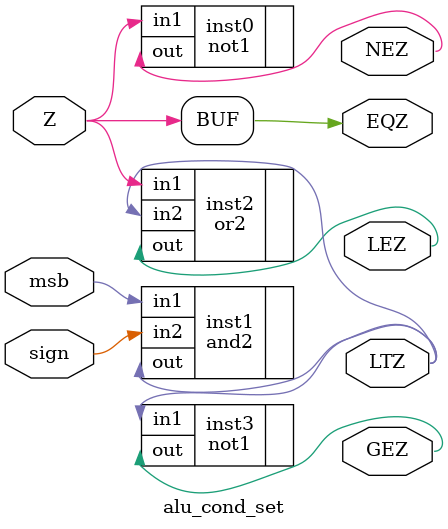
<source format=v>
module alu_cond_set(
	output EQZ,
	output GEZ,
	output LTZ,
	output LEZ,
	output NEZ,
	input Z,
	input msb,
	input sign
	);
assign EQZ = Z;
not1 inst0(.in1(Z), .out(NEZ)); //not equal zero
and2 inst1(.in1(msb), .in2(sign), .out(LTZ));
or2	inst2(.in1(Z), .in2(LTZ), .out(LEZ));
not1 inst3(.in1(LTZ), .out(GEZ));

endmodule


</source>
